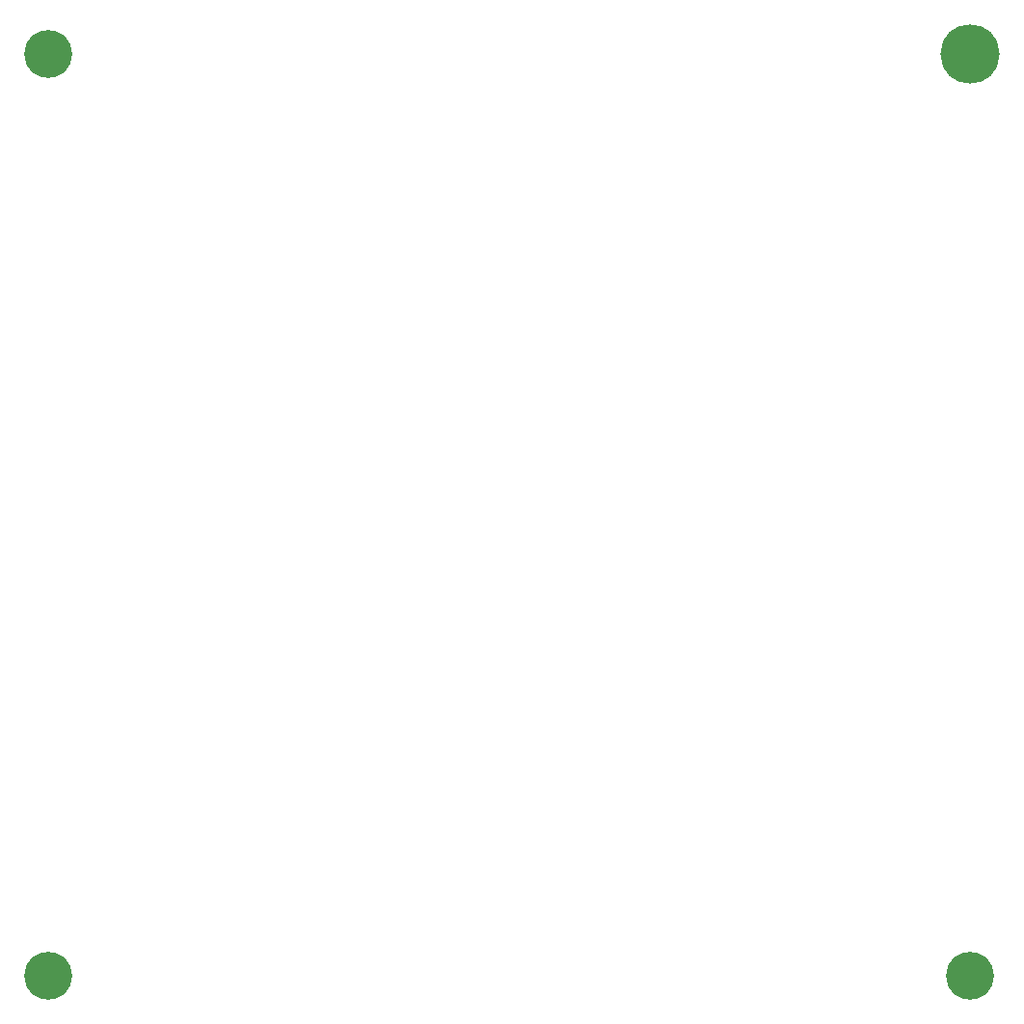
<source format=gbr>
G04 EAGLE Gerber RS-274X export*
G75*
%MOMM*%
%FSLAX34Y34*%
%LPD*%
%INSoldermask Bottom*%
%IPPOS*%
%AMOC8*
5,1,8,0,0,1.08239X$1,22.5*%
G01*
%ADD10C,4.203200*%
%ADD11C,5.203200*%


D10*
X500063Y690563D03*
X1309688Y690563D03*
X500063Y1500188D03*
D11*
X1309688Y1500188D03*
M02*

</source>
